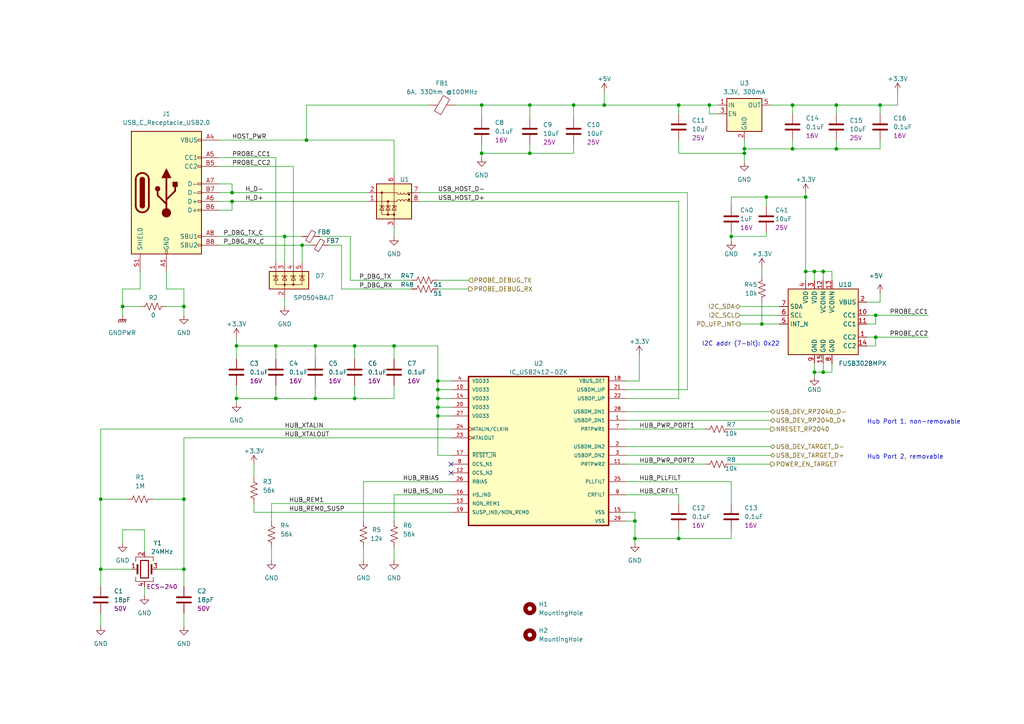
<source format=kicad_sch>
(kicad_sch (version 20231120) (generator "eeschema") (generator_version "8.0")
  (paper "A4")
  (title_block (title "Magnum") (date "2024-06-07") (rev "1") (company "Redhill Embedded"))
  (lib_symbols
    (symbol "Mechanical:MountingHole" (pin_names (offset 1.016))
      (property "Reference" "H" (at 0 5.08 0))
      (property "Value" "MountingHole" (at 0 3.175 0))
    )
    (symbol "Redhill_Lib:CAP_CER_0402_0.1uF_16V_10%_X7R" (pin_numbers hide) (pin_names (offset 0.254))
      (property "Reference" "C" (at 0.635 2.54 0))
      (property "Value" "0.1uF" (at 0.635 -2.54 0))
      (property "Voltage" "16V" (at 0 0 0))
      (symbol "CAP_CER_0402_0.1uF_16V_10%_X7R_1_1"
        (pin passive line (at 0 3.81 270) (length 2.794) (name "~") (number "1"))
        (pin passive line (at 0 -3.81 90) (length 2.794) (name "~") (number "2"))
      )
    )
    (symbol "Redhill_Lib:CAP_CER_0402_18pF_50V_1%_C0G" (pin_numbers hide) (pin_names (offset 0.254))
      (property "Reference" "C" (at 0.635 2.54 0))
      (property "Value" "18pF" (at 0.635 -2.54 0))
      (property "Voltage" "50V" (at 0 0 0))
      (symbol "CAP_CER_0402_18pF_50V_1%_C0G_1_1"
        (pin passive line (at 0 3.81 270) (length 2.794) (name "~") (number "1"))
        (pin passive line (at 0 -3.81 90) (length 2.794) (name "~") (number "2"))
      )
    )
    (symbol "Redhill_Lib:CAP_CER_0402_1uF_16V_10%_X5R" (pin_numbers hide) (pin_names (offset 0.254))
      (property "Reference" "C" (at 0.635 2.54 0))
      (property "Value" "1uF" (at 0.635 -2.54 0))
      (property "Voltage" "16V" (at 0 0 0))
      (symbol "CAP_CER_0402_1uF_16V_10%_X5R_1_1"
        (pin passive line (at 0 3.81 270) (length 2.794) (name "~") (number "1"))
        (pin passive line (at 0 -3.81 90) (length 2.794) (name "~") (number "2"))
      )
    )
    (symbol "Redhill_Lib:CAP_CER_0603_10uF_25V_20%_X5R" (pin_numbers hide) (pin_names (offset 0.254))
      (property "Reference" "C" (at 0.635 2.54 0))
      (property "Value" "10uF" (at 0.635 -2.54 0))
      (property "Voltage" "25V" (at 0 0 0))
      (symbol "CAP_CER_0603_10uF_25V_20%_X5R_1_1"
        (pin passive line (at 0 3.81 270) (length 2.794) (name "~") (number "1"))
        (pin passive line (at 0 -3.81 90) (length 2.794) (name "~") (number "2"))
      )
    )
    (symbol "Redhill_Lib:CONN_USB_C_Receptacle_USB2.0" (pin_names (offset 1.016))
      (property "Reference" "J" (at -10.16 19.05 0))
      (property "Value" "CONN_USB_C_Receptacle_USB2.0" (at 19.05 19.05 0))
      (symbol "CONN_USB_C_Receptacle_USB2.0_1_1"
        (pin passive line (at 0 -22.86 90) (length 5.08) (name "GND") (number "A1"))
        (pin passive line (at 0 -22.86 90) (length 5.08) hide (name "GND") (number "A12"))
        (pin passive line (at 15.24 15.24 180) (length 5.08) (name "VBUS") (number "A4"))
        (pin bidirectional line (at 15.24 10.16 180) (length 5.08) (name "CC1") (number "A5"))
        (pin bidirectional line (at 15.24 -2.54 180) (length 5.08) (name "D+") (number "A6"))
        (pin bidirectional line (at 15.24 2.54 180) (length 5.08) (name "D-") (number "A7"))
        (pin bidirectional line (at 15.24 -12.7 180) (length 5.08) (name "SBU1") (number "A8"))
        (pin passive line (at 15.24 15.24 180) (length 5.08) hide (name "VBUS") (number "A9"))
        (pin passive line (at 0 -22.86 90) (length 5.08) hide (name "GND") (number "B1"))
        (pin passive line (at 0 -22.86 90) (length 5.08) hide (name "GND") (number "B12"))
        (pin passive line (at 15.24 15.24 180) (length 5.08) hide (name "VBUS") (number "B4"))
        (pin bidirectional line (at 15.24 7.62 180) (length 5.08) (name "CC2") (number "B5"))
        (pin bidirectional line (at 15.24 -5.08 180) (length 5.08) (name "D+") (number "B6"))
        (pin bidirectional line (at 15.24 0 180) (length 5.08) (name "D-") (number "B7"))
        (pin bidirectional line (at 15.24 -15.24 180) (length 5.08) (name "SBU2") (number "B8"))
        (pin passive line (at 15.24 15.24 180) (length 5.08) hide (name "VBUS") (number "B9"))
        (pin passive line (at -7.62 -22.86 90) (length 5.08) (name "SHIELD") (number "S1"))
      )
    )
    (symbol "Redhill_Lib:Crystal_ECS-240-18-23B_24MHz" (pin_names (offset 1.016) hide)
      (property "Reference" "Y" (at 3.175 5.08 0))
      (property "Value" "24MHz" (at 3.175 3.175 0))
      (property "Series" "ECS-240" (at 0 0 0))
      (symbol "Crystal_ECS-240-18-23B_24MHz_1_1"
        (pin passive line (at -3.81 0 0) (length 1.27) (name "1") (number "1"))
        (pin passive line (at 0 5.08 270) (length 1.27) (name "2") (number "2"))
        (pin passive line (at 3.81 0 180) (length 1.27) (name "3") (number "3"))
        (pin passive line (at 0 -5.08 90) (length 1.27) (name "4") (number "4"))
      )
    )
    (symbol "Redhill_Lib:EMI2121MTTAG" (pin_names (offset 0.0254) hide)
      (property "Reference" "U" (at -5.08 6.35 0))
      (symbol "EMI2121MTTAG_1_1"
        (pin passive line (at -7.62 0 0) (length 2.54) (name "In_1+") (number "1"))
        (pin passive line (at -7.62 2.54 0) (length 2.54) (name "In_1-") (number "2"))
        (pin power_in line (at 0 -7.62 90) (length 2.54) (name "GND") (number "3"))
        (pin passive line (at 0 -7.62 90) (length 2.54) hide (name "GND") (number "4"))
        (pin passive line (at 0 -7.62 90) (length 2.54) hide (name "GND") (number "5"))
        (pin power_in line (at 0 7.62 270) (length 2.54) (name "VDD") (number "6"))
        (pin passive line (at 7.62 2.54 180) (length 2.54) (name "Out_1-") (number "7"))
        (pin passive line (at 7.62 0 180) (length 2.54) (name "Out_1+") (number "8"))
        (pin passive line (at 0 -7.62 90) (length 2.54) hide (name "GND") (number "9"))
      )
    )
    (symbol "Redhill_Lib:ESD_SP0504BAJTG" (pin_names hide)
      (property "Reference" "D" (at 7.62 2.54 0))
      (property "Value" "SP0504BAJTG" (at 7.62 0.635 0))
      (symbol "ESD_SP0504BAJTG_0_0"
        (pin passive line (at 0 -5.08 90) (length 2.54) (name "A") (number "2"))
      )
      (symbol "ESD_SP0504BAJTG_1_1"
        (pin passive line (at -2.54 5.08 270) (length 2.54) (name "K") (number "1"))
        (pin passive line (at 0 5.08 270) (length 2.54) (name "K") (number "3"))
        (pin passive line (at 2.54 5.08 270) (length 2.54) (name "K") (number "4"))
        (pin passive line (at 5.08 5.08 270) (length 2.54) (name "K") (number "5"))
      )
    )
    (symbol "Redhill_Lib:IC_FUSB302BMPX"
      (property "Reference" "U" (at -10.16 8.89 0))
      (property "Value" "FUSB302BMPX" (at 3.81 8.89 0))
      (symbol "IC_FUSB302BMPX_1_1"
        (pin bidirectional line (at 12.7 -6.35 180) (length 2.54) (name "CC2") (number "1"))
        (pin bidirectional line (at 12.7 0 180) (length 2.54) (name "CC1") (number "10"))
        (pin bidirectional line (at 12.7 -2.54 180) (length 2.54) (name "CC1") (number "11"))
        (pin power_in line (at 0 10.16 270) (length 2.54) (name "VCONN") (number "12"))
        (pin power_in line (at 2.54 10.16 270) (length 2.54) (name "VCONN") (number "13"))
        (pin bidirectional line (at 12.7 -8.89 180) (length 2.54) (name "CC2") (number "14"))
        (pin passive line (at 0 -13.97 90) (length 2.54) (name "GND") (number "15"))
        (pin input line (at 12.7 3.81 180) (length 2.54) (name "VBUS") (number "2"))
        (pin power_in line (at -2.54 10.16 270) (length 2.54) (name "VDD") (number "3"))
        (pin passive line (at -5.08 10.16 270) (length 2.54) (name "VDD") (number "4"))
        (pin open_collector line (at -12.7 -2.54 0) (length 2.54) (name "INT_N") (number "5"))
        (pin input line (at -12.7 0 0) (length 2.54) (name "SCL") (number "6"))
        (pin bidirectional line (at -12.7 2.54 0) (length 2.54) (name "SDA") (number "7"))
        (pin power_in line (at 2.54 -13.97 90) (length 2.54) (name "GND") (number "8"))
        (pin passive line (at -2.54 -13.97 90) (length 2.54) (name "GND") (number "9"))
      )
    )
    (symbol "Redhill_Lib:IC_REG_LDO_3.3V_NCP115" (pin_names (offset 0.254))
      (property "Reference" "U" (at -3.81 5.715 0))
      (property "Value" "NCP115" (at 0 5.715 0))
      (symbol "IC_REG_LDO_3.3V_NCP115_1_1"
        (pin power_in line (at -7.62 2.54 0) (length 2.54) (name "IN") (number "1"))
        (pin power_in line (at 0 -7.62 90) (length 2.54) (name "GND") (number "2"))
        (pin input line (at -7.62 0 0) (length 2.54) (name "EN") (number "3"))
        (pin no_connect line (at 7.62 0 180) (length 2.54) hide (name "NC") (number "4"))
        (pin power_out line (at 7.62 2.54 180) (length 2.54) (name "OUT") (number "5"))
      )
    )
    (symbol "Redhill_Lib:IC_USB2412-DZK" (pin_names (offset 1.016))
      (property "Reference" "U" (at -20.3879 26.4833 0))
      (property "Value" "IC_USB2412-DZK" (at -20.3914 -29.4985 0))
      (symbol "IC_USB2412-DZK_0_0"
        (pin bidirectional line (at 25.4 12.7 180) (length 5.08) (name "USBDP_DN1") (number "1"))
        (pin power_in line (at -25.4 21.59 0) (length 5.08) (name "VDD33") (number "10"))
        (pin bidirectional line (at 25.4 0 180) (length 5.08) (name "PRTPWR2") (number "11"))
        (pin input line (at -25.4 -2.54 0) (length 5.08) (name "OCS_N2") (number "12"))
        (pin bidirectional line (at -25.4 -11.43 0) (length 5.08) (name "NON_REM1") (number "13"))
        (pin power_in line (at -25.4 19.05 0) (length 5.08) (name "VDD33") (number "14"))
        (pin power_in line (at 25.4 -13.97 180) (length 5.08) (name "VSS") (number "15"))
        (pin bidirectional line (at -25.4 -8.89 0) (length 5.08) (name "HS_IND") (number "16"))
        (pin input line (at -25.4 2.54 0) (length 5.08) (name "~{RESET_IN}") (number "17"))
        (pin bidirectional line (at 25.4 24.13 180) (length 5.08) (name "VBUS_DET") (number "18"))
        (pin bidirectional line (at -25.4 -13.97 0) (length 5.08) (name "SUSP_IND/NON_REM0") (number "19"))
        (pin bidirectional line (at 25.4 5.08 180) (length 5.08) (name "USBDM_DN2") (number "2"))
        (pin power_in line (at -25.4 16.51 0) (length 5.08) (name "VDD33") (number "20"))
        (pin bidirectional line (at 25.4 21.59 180) (length 5.08) (name "USBDM_UP") (number "21"))
        (pin bidirectional line (at 25.4 19.05 180) (length 5.08) (name "USBDP_UP") (number "22"))
        (pin output clock (at -25.4 7.62 0) (length 5.08) (name "XTALOUT") (number "23"))
        (pin input clock (at -25.4 10.16 0) (length 5.08) (name "XTALIN/CLKIN") (number "24"))
        (pin passive line (at 25.4 -5.08 180) (length 5.08) (name "PLLFILT") (number "25"))
        (pin input line (at -25.4 -5.08 0) (length 5.08) (name "RBIAS") (number "26"))
        (pin power_in line (at -25.4 13.97 0) (length 5.08) (name "VDD33") (number "27"))
        (pin bidirectional line (at 25.4 15.24 180) (length 5.08) (name "USBDM_DN1") (number "28"))
        (pin power_in line (at 25.4 -16.51 180) (length 5.08) (name "VSS") (number "29"))
        (pin bidirectional line (at 25.4 2.54 180) (length 5.08) (name "USBDP_DN2") (number "3"))
        (pin power_in line (at -25.4 24.13 0) (length 5.08) (name "VDD33") (number "4"))
        (pin bidirectional line (at 25.4 10.16 180) (length 5.08) (name "PRTPWR1") (number "7"))
        (pin input line (at -25.4 0 0) (length 5.08) (name "OCS_N1") (number "8"))
        (pin passive line (at 25.4 -8.89 180) (length 5.08) (name "CRFILT") (number "9"))
      )
      (symbol "IC_USB2412-DZK_1_0"
        (pin no_connect line (at -25.4 -16.51 0) (length 5.08) hide (name "NC") (number "5"))
        (pin no_connect line (at -25.4 -16.51 0) (length 5.08) hide (name "TEST") (number "6"))
      )
    )
    (symbol "Redhill_Lib:L_FB_BLM31PG330SN1L" (pin_numbers hide) (pin_names (offset 0))
      (property "Reference" "FB" (at -3.81 0.635 90))
      (property "Value" "6A, 33Ohm @100MHz" (at 3.81 0 90))
      (symbol "L_FB_BLM31PG330SN1L_1_1"
        (pin passive line (at 0 3.81 270) (length 2.54) (name "~") (number "1"))
        (pin passive line (at 0 -3.81 90) (length 2.54) (name "~") (number "2"))
      )
    )
    (symbol "Redhill_Lib:L_FERRITE_0402_600Ohm_100MHz_300mA" (pin_numbers hide) (pin_names (offset 0))
      (property "Reference" "FB" (at 1.905 1.27 0))
      (property "Partnumber" "BLM15AG601SN1D" (at 0 0 0))
      (symbol "L_FERRITE_0402_600Ohm_100MHz_300mA_1_1"
        (pin passive line (at 0 2.54 270) (length 1.27) (name "~") (number "1"))
        (pin passive line (at 0 -2.54 90) (length 1.27) (name "~") (number "2"))
      )
    )
    (symbol "Redhill_Lib:R_CHIP_0402_0" (pin_numbers hide) (pin_names (offset 0))
      (property "Reference" "R" (at 2.54 0 90))
      (property "Value" "0" (at -2.54 0 90))
      (symbol "R_CHIP_0402_0_1_1"
        (pin passive line (at 0 3.81 270) (length 1.27) (name "~") (number "1"))
        (pin passive line (at 0 -3.81 90) (length 1.27) (name "~") (number "2"))
      )
    )
    (symbol "Redhill_Lib:R_CHIP_0402_10k_1%" (pin_numbers hide) (pin_names (offset 0))
      (property "Reference" "R" (at 2.54 0 90))
      (property "Value" "10k" (at -2.54 0 90))
      (property "Tolerance" "1%" (at 0 0 0))
      (symbol "R_CHIP_0402_10k_1%_1_1"
        (pin passive line (at 0 3.81 270) (length 1.27) (name "~") (number "1"))
        (pin passive line (at 0 -3.81 90) (length 1.27) (name "~") (number "2"))
      )
    )
    (symbol "Redhill_Lib:R_CHIP_0402_12k_1%" (pin_numbers hide) (pin_names (offset 0))
      (property "Reference" "R" (at 2.54 0 90))
      (property "Value" "12k" (at -2.54 0 90))
      (property "Tolerance" "1%" (at 0 0 0))
      (symbol "R_CHIP_0402_12k_1%_1_1"
        (pin passive line (at 0 3.81 270) (length 1.27) (name "~") (number "1"))
        (pin passive line (at 0 -3.81 90) (length 1.27) (name "~") (number "2"))
      )
    )
    (symbol "Redhill_Lib:R_CHIP_0402_1M_1%" (pin_numbers hide) (pin_names (offset 0))
      (property "Reference" "R" (at 2.54 0 90))
      (property "Value" "1M" (at -2.54 0 90))
      (symbol "R_CHIP_0402_1M_1%_1_1"
        (pin passive line (at 0 3.81 270) (length 1.27) (name "~") (number "1"))
        (pin passive line (at 0 -3.81 90) (length 1.27) (name "~") (number "2"))
      )
    )
    (symbol "Redhill_Lib:R_CHIP_0402_51_5%_0.0625W" (pin_numbers hide) (pin_names (offset 0))
      (property "Reference" "R" (at 2.54 0 90))
      (property "Value" "51" (at -2.54 0 90))
      (symbol "R_CHIP_0402_51_5%_0.0625W_1_1"
        (pin passive line (at 0 3.81 270) (length 1.27) (name "~") (number "1"))
        (pin passive line (at 0 -3.81 90) (length 1.27) (name "~") (number "2"))
      )
    )
    (symbol "Redhill_Lib:R_CHIP_0402_56k_5%" (pin_numbers hide) (pin_names (offset 0))
      (property "Reference" "R" (at 2.54 0 90))
      (property "Value" "56k" (at -2.54 0 90))
      (property "Tolerance" "5%" (at 0 0 0))
      (symbol "R_CHIP_0402_56k_5%_1_1"
        (pin passive line (at 0 3.81 270) (length 1.27) (name "~") (number "1"))
        (pin passive line (at 0 -3.81 90) (length 1.27) (name "~") (number "2"))
      )
    )
    (symbol "power:+3.3V" (power) (pin_names (offset 0))
      (property "Value" "+3.3V" (at 0 3.556 0))
      (symbol "+3.3V_1_1"
        (pin power_in line (at 0 0 90) (length 0) hide (name "+3.3V") (number "1"))
      )
    )
    (symbol "power:+5V" (power) (pin_names (offset 0))
      (property "Value" "+5V" (at 0 3.556 0))
      (symbol "+5V_1_1"
        (pin power_in line (at 0 0 90) (length 0) hide (name "+5V") (number "1"))
      )
    )
    (symbol "power:GND" (power) (pin_names (offset 0))
      (property "Value" "GND" (at 0 -3.81 0))
      (symbol "GND_1_1"
        (pin power_in line (at 0 0 270) (length 0) hide (name "GND") (number "1"))
      )
    )
    (symbol "power:GNDPWR" (power) (pin_names (offset 0))
      (property "Value" "GNDPWR" (at 0 -3.302 0))
      (symbol "GNDPWR_1_1"
        (pin power_in line (at 0 0 270) (length 0) hide (name "GNDPWR") (number "1"))
      )
    )
  )
  (junction (at 29.21 165.1))
  (junction (at 242.57 43.18))
  (junction (at 236.22 78.74))
  (junction (at 127 118.11))
  (junction (at 222.25 57.15))
  (junction (at 229.87 43.18))
  (junction (at 215.9 43.18))
  (junction (at 88.9 40.64))
  (junction (at 255.27 30.48))
  (junction (at 254 97.79))
  (junction (at 127 110.49))
  (junction (at 233.68 78.74))
  (junction (at 127 113.03))
  (junction (at 196.85 156.21))
  (junction (at 29.21 144.78))
  (junction (at 166.37 30.48))
  (junction (at 254 91.44))
  (junction (at 139.7 30.48))
  (junction (at 233.68 57.15))
  (junction (at 215.9 44.45))
  (junction (at 68.58 115.57))
  (junction (at 67.31 58.42))
  (junction (at 153.67 30.48))
  (junction (at 238.76 107.95))
  (junction (at 53.34 165.1))
  (junction (at 68.58 100.33))
  (junction (at 139.7 44.45))
  (junction (at 127 120.65))
  (junction (at 212.09 68.58))
  (junction (at 220.98 93.98))
  (junction (at 127 115.57))
  (junction (at 184.15 151.13))
  (junction (at 196.85 30.48))
  (junction (at 53.34 144.78))
  (junction (at 102.87 115.57))
  (junction (at 236.22 107.95))
  (junction (at 35.56 88.9))
  (junction (at 229.87 30.48))
  (junction (at 82.55 68.58))
  (junction (at 238.76 78.74))
  (junction (at 153.67 44.45))
  (junction (at 80.01 100.33))
  (junction (at 87.63 71.12))
  (junction (at 91.44 100.33))
  (junction (at 80.01 115.57))
  (junction (at 67.31 55.88))
  (junction (at 53.34 88.9))
  (junction (at 91.44 115.57))
  (junction (at 175.26 30.48))
  (junction (at 114.3 100.33))
  (junction (at 184.15 156.21))
  (junction (at 242.57 30.48))
  (junction (at 102.87 100.33))
  (junction (at 205.74 30.48))
  (no_connect (at 130.81 137.16))
  (no_connect (at 130.81 134.62))
  (wire (pts (xy 130.81 120.65) (xy 127 120.65)))
  (wire (pts (xy 181.61 129.54) (xy 223.52 129.54)))
  (wire (pts (xy 87.63 71.12) (xy 87.63 76.2)))
  (wire (pts (xy 251.46 93.98) (xy 254 93.98)))
  (wire (pts (xy 41.91 153.67) (xy 35.56 153.67)))
  (wire (pts (xy 220.98 77.47) (xy 220.98 80.01)))
  (wire (pts (xy 181.61 110.49) (xy 185.42 110.49)))
  (wire (pts (xy 63.5 55.88) (xy 67.31 55.88)))
  (wire (pts (xy 222.25 67.31) (xy 222.25 68.58)))
  (wire (pts (xy 139.7 41.91) (xy 139.7 44.45)))
  (wire (pts (xy 99.06 71.12) (xy 99.06 83.82)))
  (wire (pts (xy 101.6 68.58) (xy 101.6 81.28)))
  (wire (pts (xy 63.5 60.96) (xy 67.31 60.96)))
  (wire (pts (xy 68.58 115.57) (xy 68.58 116.84)))
  (wire (pts (xy 127 100.33) (xy 114.3 100.33)))
  (wire (pts (xy 242.57 30.48) (xy 255.27 30.48)))
  (wire (pts (xy 63.5 53.34) (xy 67.31 53.34)))
  (wire (pts (xy 102.87 100.33) (xy 102.87 104.14)))
  (wire (pts (xy 80.01 45.72) (xy 80.01 76.2)))
  (wire (pts (xy 175.26 30.48) (xy 196.85 30.48)))
  (wire (pts (xy 139.7 30.48) (xy 153.67 30.48)))
  (wire (pts (xy 236.22 105.41) (xy 236.22 107.95)))
  (wire (pts (xy 41.91 160.02) (xy 41.91 153.67)))
  (wire (pts (xy 196.85 115.57) (xy 196.85 58.42)))
  (wire (pts (xy 233.68 78.74) (xy 236.22 78.74)))
  (wire (pts (xy 166.37 30.48) (xy 175.26 30.48)))
  (wire (pts (xy 53.34 165.1) (xy 53.34 170.18)))
  (wire (pts (xy 127 118.11) (xy 127 115.57)))
  (wire (pts (xy 29.21 144.78) (xy 29.21 165.1)))
  (wire (pts (xy 85.09 48.26) (xy 85.09 76.2)))
  (wire (pts (xy 53.34 83.82) (xy 53.34 88.9)))
  (wire (pts (xy 215.9 40.64) (xy 215.9 43.18)))
  (wire (pts (xy 212.09 153.67) (xy 212.09 156.21)))
  (wire (pts (xy 127 132.08) (xy 127 120.65)))
  (wire (pts (xy 233.68 57.15) (xy 233.68 78.74)))
  (wire (pts (xy 153.67 41.91) (xy 153.67 44.45)))
  (wire (pts (xy 80.01 111.76) (xy 80.01 115.57)))
  (wire (pts (xy 181.61 148.59) (xy 184.15 148.59)))
  (wire (pts (xy 80.01 100.33) (xy 68.58 100.33)))
  (wire (pts (xy 242.57 43.18) (xy 229.87 43.18)))
  (wire (pts (xy 63.5 58.42) (xy 67.31 58.42)))
  (wire (pts (xy 251.46 87.63) (xy 255.27 87.63)))
  (wire (pts (xy 242.57 30.48) (xy 242.57 33.02)))
  (wire (pts (xy 102.87 115.57) (xy 114.3 115.57)))
  (wire (pts (xy 53.34 144.78) (xy 53.34 165.1)))
  (wire (pts (xy 102.87 100.33) (xy 91.44 100.33)))
  (wire (pts (xy 238.76 78.74) (xy 236.22 78.74)))
  (wire (pts (xy 196.85 58.42) (xy 121.92 58.42)))
  (wire (pts (xy 255.27 30.48) (xy 255.27 33.02)))
  (wire (pts (xy 212.09 68.58) (xy 212.09 69.85)))
  (wire (pts (xy 222.25 57.15) (xy 222.25 59.69)))
  (wire (pts (xy 91.44 100.33) (xy 91.44 104.14)))
  (wire (pts (xy 255.27 43.18) (xy 242.57 43.18)))
  (wire (pts (xy 40.64 78.74) (xy 40.64 83.82)))
  (wire (pts (xy 73.66 148.59) (xy 73.66 146.05)))
  (wire (pts (xy 127 113.03) (xy 127 110.49)))
  (wire (pts (xy 212.09 57.15) (xy 222.25 57.15)))
  (wire (pts (xy 87.63 71.12) (xy 90.17 71.12)))
  (wire (pts (xy 153.67 34.29) (xy 153.67 30.48)))
  (wire (pts (xy 67.31 58.42) (xy 106.68 58.42)))
  (wire (pts (xy 181.61 121.92) (xy 223.52 121.92)))
  (wire (pts (xy 44.45 144.78) (xy 53.34 144.78)))
  (wire (pts (xy 139.7 30.48) (xy 139.7 34.29)))
  (wire (pts (xy 199.39 55.88) (xy 121.92 55.88)))
  (wire (pts (xy 53.34 127) (xy 53.34 144.78)))
  (wire (pts (xy 196.85 153.67) (xy 196.85 156.21)))
  (wire (pts (xy 196.85 40.64) (xy 196.85 44.45)))
  (wire (pts (xy 205.74 33.02) (xy 205.74 30.48)))
  (wire (pts (xy 251.46 100.33) (xy 254 100.33)))
  (wire (pts (xy 255.27 87.63) (xy 255.27 85.09)))
  (wire (pts (xy 82.55 68.58) (xy 82.55 76.2)))
  (wire (pts (xy 254 100.33) (xy 254 97.79)))
  (wire (pts (xy 236.22 107.95) (xy 236.22 109.22)))
  (wire (pts (xy 226.06 91.44) (xy 214.63 91.44)))
  (wire (pts (xy 269.24 97.79) (xy 254 97.79)))
  (wire (pts (xy 80.01 115.57) (xy 91.44 115.57)))
  (wire (pts (xy 80.01 100.33) (xy 80.01 104.14)))
  (wire (pts (xy 254 91.44) (xy 251.46 91.44)))
  (wire (pts (xy 68.58 97.79) (xy 68.58 100.33)))
  (wire (pts (xy 99.06 83.82) (xy 119.38 83.82)))
  (wire (pts (xy 48.26 88.9) (xy 53.34 88.9)))
  (wire (pts (xy 255.27 30.48) (xy 260.35 30.48)))
  (wire (pts (xy 226.06 93.98) (xy 220.98 93.98)))
  (wire (pts (xy 41.91 170.18) (xy 41.91 172.72)))
  (wire (pts (xy 53.34 177.8) (xy 53.34 181.61)))
  (wire (pts (xy 238.76 105.41) (xy 238.76 107.95)))
  (wire (pts (xy 212.09 124.46) (xy 223.52 124.46)))
  (wire (pts (xy 229.87 43.18) (xy 215.9 43.18)))
  (wire (pts (xy 127 118.11) (xy 130.81 118.11)))
  (wire (pts (xy 105.41 151.13) (xy 105.41 139.7)))
  (wire (pts (xy 153.67 30.48) (xy 166.37 30.48)))
  (wire (pts (xy 114.3 100.33) (xy 114.3 104.14)))
  (wire (pts (xy 130.81 143.51) (xy 114.3 143.51)))
  (wire (pts (xy 241.3 78.74) (xy 238.76 78.74)))
  (wire (pts (xy 181.61 143.51) (xy 196.85 143.51)))
  (wire (pts (xy 91.44 111.76) (xy 91.44 115.57)))
  (wire (pts (xy 48.26 78.74) (xy 48.26 83.82)))
  (wire (pts (xy 130.81 110.49) (xy 127 110.49)))
  (wire (pts (xy 82.55 68.58) (xy 87.63 68.58)))
  (wire (pts (xy 181.61 134.62) (xy 204.47 134.62)))
  (wire (pts (xy 114.3 40.64) (xy 88.9 40.64)))
  (wire (pts (xy 212.09 67.31) (xy 212.09 68.58)))
  (wire (pts (xy 73.66 134.62) (xy 73.66 138.43)))
  (wire (pts (xy 222.25 68.58) (xy 212.09 68.58)))
  (wire (pts (xy 233.68 78.74) (xy 233.68 81.28)))
  (wire (pts (xy 233.68 55.88) (xy 233.68 57.15)))
  (wire (pts (xy 166.37 41.91) (xy 166.37 44.45)))
  (wire (pts (xy 215.9 43.18) (xy 215.9 44.45)))
  (wire (pts (xy 67.31 55.88) (xy 106.68 55.88)))
  (wire (pts (xy 88.9 30.48) (xy 124.46 30.48)))
  (wire (pts (xy 29.21 124.46) (xy 130.81 124.46)))
  (wire (pts (xy 196.85 156.21) (xy 184.15 156.21)))
  (wire (pts (xy 63.5 40.64) (xy 88.9 40.64)))
  (wire (pts (xy 114.3 66.04) (xy 114.3 68.58)))
  (wire (pts (xy 212.09 134.62) (xy 223.52 134.62)))
  (wire (pts (xy 127 115.57) (xy 130.81 115.57)))
  (wire (pts (xy 212.09 156.21) (xy 196.85 156.21)))
  (wire (pts (xy 102.87 111.76) (xy 102.87 115.57)))
  (wire (pts (xy 48.26 83.82) (xy 53.34 83.82)))
  (wire (pts (xy 35.56 88.9) (xy 40.64 88.9)))
  (wire (pts (xy 242.57 40.64) (xy 242.57 43.18)))
  (wire (pts (xy 222.25 57.15) (xy 233.68 57.15)))
  (wire (pts (xy 35.56 88.9) (xy 35.56 83.82)))
  (wire (pts (xy 181.61 119.38) (xy 223.52 119.38)))
  (wire (pts (xy 53.34 88.9) (xy 53.34 91.44)))
  (wire (pts (xy 166.37 44.45) (xy 153.67 44.45)))
  (wire (pts (xy 175.26 30.48) (xy 175.26 26.67)))
  (wire (pts (xy 132.08 30.48) (xy 139.7 30.48)))
  (wire (pts (xy 226.06 88.9) (xy 214.63 88.9)))
  (wire (pts (xy 127 120.65) (xy 127 118.11)))
  (wire (pts (xy 105.41 139.7) (xy 130.81 139.7)))
  (wire (pts (xy 220.98 87.63) (xy 220.98 93.98)))
  (wire (pts (xy 215.9 44.45) (xy 215.9 46.99)))
  (wire (pts (xy 229.87 30.48) (xy 229.87 33.02)))
  (wire (pts (xy 114.3 158.75) (xy 114.3 162.56)))
  (wire (pts (xy 67.31 58.42) (xy 67.31 60.96)))
  (wire (pts (xy 29.21 170.18) (xy 29.21 165.1)))
  (wire (pts (xy 35.56 83.82) (xy 40.64 83.82)))
  (wire (pts (xy 114.3 40.64) (xy 114.3 50.8)))
  (wire (pts (xy 29.21 144.78) (xy 36.83 144.78)))
  (wire (pts (xy 68.58 115.57) (xy 80.01 115.57)))
  (wire (pts (xy 238.76 78.74) (xy 238.76 81.28)))
  (wire (pts (xy 78.74 146.05) (xy 130.81 146.05)))
  (wire (pts (xy 130.81 132.08) (xy 127 132.08)))
  (wire (pts (xy 153.67 44.45) (xy 139.7 44.45)))
  (wire (pts (xy 78.74 146.05) (xy 78.74 151.13)))
  (wire (pts (xy 68.58 100.33) (xy 68.58 104.14)))
  (wire (pts (xy 184.15 148.59) (xy 184.15 151.13)))
  (wire (pts (xy 254 93.98) (xy 254 91.44)))
  (wire (pts (xy 78.74 158.75) (xy 78.74 162.56)))
  (wire (pts (xy 181.61 113.03) (xy 199.39 113.03)))
  (wire (pts (xy 29.21 124.46) (xy 29.21 144.78)))
  (wire (pts (xy 184.15 156.21) (xy 184.15 157.48)))
  (wire (pts (xy 88.9 30.48) (xy 88.9 40.64)))
  (wire (pts (xy 181.61 132.08) (xy 223.52 132.08)))
  (wire (pts (xy 82.55 86.36) (xy 82.55 88.9)))
  (wire (pts (xy 229.87 40.64) (xy 229.87 43.18)))
  (wire (pts (xy 223.52 30.48) (xy 229.87 30.48)))
  (wire (pts (xy 127 81.28) (xy 135.89 81.28)))
  (wire (pts (xy 114.3 100.33) (xy 102.87 100.33)))
  (wire (pts (xy 205.74 30.48) (xy 208.28 30.48)))
  (wire (pts (xy 73.66 148.59) (xy 130.81 148.59)))
  (wire (pts (xy 199.39 113.03) (xy 199.39 55.88)))
  (wire (pts (xy 196.85 30.48) (xy 205.74 30.48)))
  (wire (pts (xy 181.61 124.46) (xy 204.47 124.46)))
  (wire (pts (xy 241.3 107.95) (xy 238.76 107.95)))
  (wire (pts (xy 254 97.79) (xy 251.46 97.79)))
  (wire (pts (xy 255.27 40.64) (xy 255.27 43.18)))
  (wire (pts (xy 196.85 44.45) (xy 215.9 44.45)))
  (wire (pts (xy 181.61 139.7) (xy 212.09 139.7)))
  (wire (pts (xy 127 115.57) (xy 127 113.03)))
  (wire (pts (xy 127 110.49) (xy 127 100.33)))
  (wire (pts (xy 241.3 81.28) (xy 241.3 78.74)))
  (wire (pts (xy 101.6 81.28) (xy 119.38 81.28)))
  (wire (pts (xy 185.42 110.49) (xy 185.42 102.87)))
  (wire (pts (xy 127 83.82) (xy 135.89 83.82)))
  (wire (pts (xy 241.3 105.41) (xy 241.3 107.95)))
  (wire (pts (xy 130.81 127) (xy 53.34 127)))
  (wire (pts (xy 269.24 91.44) (xy 254 91.44)))
  (wire (pts (xy 181.61 115.57) (xy 196.85 115.57)))
  (wire (pts (xy 68.58 111.76) (xy 68.58 115.57)))
  (wire (pts (xy 212.09 59.69) (xy 212.09 57.15)))
  (wire (pts (xy 196.85 143.51) (xy 196.85 146.05)))
  (wire (pts (xy 196.85 30.48) (xy 196.85 33.02)))
  (wire (pts (xy 63.5 45.72) (xy 80.01 45.72)))
  (wire (pts (xy 29.21 165.1) (xy 38.1 165.1)))
  (wire (pts (xy 92.71 68.58) (xy 101.6 68.58)))
  (wire (pts (xy 181.61 151.13) (xy 184.15 151.13)))
  (wire (pts (xy 260.35 30.48) (xy 260.35 26.67)))
  (wire (pts (xy 91.44 115.57) (xy 102.87 115.57)))
  (wire (pts (xy 35.56 91.44) (xy 35.56 88.9)))
  (wire (pts (xy 139.7 44.45) (xy 139.7 45.72)))
  (wire (pts (xy 220.98 93.98) (xy 214.63 93.98)))
  (wire (pts (xy 91.44 100.33) (xy 80.01 100.33)))
  (wire (pts (xy 229.87 30.48) (xy 242.57 30.48)))
  (wire (pts (xy 95.25 71.12) (xy 99.06 71.12)))
  (wire (pts (xy 127 113.03) (xy 130.81 113.03)))
  (wire (pts (xy 45.72 165.1) (xy 53.34 165.1)))
  (wire (pts (xy 236.22 78.74) (xy 236.22 81.28)))
  (wire (pts (xy 29.21 177.8) (xy 29.21 181.61)))
  (wire (pts (xy 63.5 48.26) (xy 85.09 48.26)))
  (wire (pts (xy 35.56 153.67) (xy 35.56 157.48)))
  (wire (pts (xy 208.28 33.02) (xy 205.74 33.02)))
  (wire (pts (xy 67.31 53.34) (xy 67.31 55.88)))
  (wire (pts (xy 236.22 107.95) (xy 238.76 107.95)))
  (wire (pts (xy 105.41 158.75) (xy 105.41 162.56)))
  (wire (pts (xy 184.15 151.13) (xy 184.15 156.21)))
  (wire (pts (xy 114.3 111.76) (xy 114.3 115.57)))
  (wire (pts (xy 63.5 71.12) (xy 87.63 71.12)))
  (wire (pts (xy 63.5 68.58) (xy 82.55 68.58)))
  (wire (pts (xy 166.37 30.48) (xy 166.37 34.29)))
  (wire (pts (xy 212.09 139.7) (xy 212.09 146.05)))
  (wire (pts (xy 114.3 143.51) (xy 114.3 151.13)))
  (text "Hub Port 2, removable" (at 251.46 133.35 0) (effects (font (size 1.27 1.27)) (justify left bottom)))
  (text "Hub Port 1, non-removable" (at 251.46 123.19 0) (effects (font (size 1.27 1.27)) (justify left bottom)))
  (text "I2C addr (7-bit): 0x22" (at 214.884 99.822 0) (effects (font (size 1.27 1.27))))
  (label "HUB_XTALIN" (at 82.55 124.46 0))
  (label "P_DBG_TX" (at 104.14 81.28 0))
  (label "P_DBG_RX_C" (at 64.77 71.12 0))
  (label "PROBE_CC2" (at 67.31 48.26 0))
  (label "HUB_REM0_SUSP" (at 83.82 148.59 0))
  (label "HUB_PWR_PORT2" (at 185.42 134.62 0))
  (label "PROBE_CC2" (at 269.24 97.79 180))
  (label "USB_HOST_D+" (at 127 58.42 0))
  (label "H_D-" (at 71.12 55.88 0))
  (label "USB_HOST_D-" (at 127 55.88 0))
  (label "HOST_PWR" (at 67.31 40.64 0))
  (label "PROBE_CC1" (at 67.31 45.72 0))
  (label "HUB_HS_IND" (at 116.84 143.51 0))
  (label "HUB_PWR_PORT1" (at 185.42 124.46 0))
  (label "PROBE_CC1" (at 269.24 91.44 180))
  (label "HUB_XTALOUT" (at 82.55 127 0))
  (label "HUB_RBIAS" (at 116.84 139.7 0))
  (label "P_DBG_TX_C" (at 64.77 68.58 0))
  (label "H_D+" (at 71.12 58.42 0))
  (label "HUB_PLLFILT" (at 185.42 139.7 0))
  (label "P_DBG_RX" (at 104.14 83.82 0))
  (label "HUB_REM1" (at 83.82 146.05 0))
  (label "HUB_CRFILT" (at 185.42 143.51 0))
  (hierarchical_label "USB_DEV_RP2040_D-" (shape bidirectional) (at 223.52 119.38 0))
  (hierarchical_label "USB_DEV_TARGET_D+" (shape bidirectional) (at 223.52 132.08 0))
  (hierarchical_label "PROBE_DEBUG_TX" (shape input) (at 135.89 81.28 0))
  (hierarchical_label "NRESET_RP2040" (shape output) (at 223.52 124.46 0))
  (hierarchical_label "USB_DEV_TARGET_D-" (shape bidirectional) (at 223.52 129.54 0))
  (hierarchical_label "POWER_EN_TARGET" (shape output) (at 223.52 134.62 0))
  (hierarchical_label "I2C_SDA" (shape bidirectional) (at 214.63 88.9 180))
  (hierarchical_label "PD_UFP_INT" (shape output) (at 214.63 93.98 180))
  (hierarchical_label "PROBE_DEBUG_RX" (shape output) (at 135.89 83.82 0))
  (hierarchical_label "USB_DEV_RP2040_D+" (shape bidirectional) (at 223.52 121.92 0))
  (hierarchical_label "I2C_SCL" (shape input) (at 214.63 91.44 180))
  (symbol (lib_id "Redhill_Lib:CAP_CER_0603_10uF_25V_20%_X5R") (at 242.57 36.83 0) (unit 1)
    (property "Reference" "C15" (at 246.38 34.925 0) (effects (justify left)))
    (property "Value" "10uF" (at 246.38 37.465 0) (effects (justify left)))
    (property "Footprint" "Redhill_lib:C_0603_1608Metric" (effects (hide yes)))
    (property "Partnumber" "GRM188R61E106MA73D" (effects (hide yes)))
    (property "Voltage" "25V" (at 246.38 40.005 0) (effects (justify left)))
    (property "LCSC" "C96446" (effects (hide yes)))
  )
  (symbol (lib_id "Redhill_Lib:R_CHIP_0402_56k_5%") (at 114.3 154.94 0) (unit 1)
    (property "Reference" "R6" (at 116.84 152.4 0) (effects (justify left)))
    (property "Value" "56k" (at 116.84 154.94 0) (effects (justify left)))
    (property "Footprint" "Redhill_lib:R_0402_1005Metric" (effects (hide yes)))
    (property "Partnumber" "RMCF0402JT56K0" (effects (hide yes)))
    (property "Power" "1/16W" (effects (hide yes)))
    (property "Tolerance" "5%" (effects (hide yes)))
    (property "LCSC" "C25796" (effects (hide yes)))
  )
  (symbol (lib_id "power:+3.3V") (at 68.58 97.79 0) (unit 1)
    (property "Reference" "#PWR07" (effects (hide yes)))
    (property "Value" "+3.3V" (at 68.58 93.98 0))
  )
  (symbol (lib_id "power:GND") (at 53.34 91.44 0) (unit 1)
    (property "Reference" "#PWR05" (effects (hide yes)))
    (property "Value" "GND" (at 53.34 96.52 0))
  )
  (symbol (lib_id "power:GND") (at 68.58 116.84 0) (unit 1)
    (property "Reference" "#PWR08" (effects (hide yes)))
    (property "Value" "GND" (at 68.58 121.92 0))
  )
  (symbol (lib_id "power:+3.3V") (at 220.98 77.47 0) (mirror y) (unit 1)
    (property "Reference" "#PWR073" (effects (hide yes)))
    (property "Value" "+3.3V" (at 220.98 73.66 0))
  )
  (symbol (lib_id "power:GND") (at 184.15 157.48 0) (unit 1)
    (property "Reference" "#PWR016" (effects (hide yes)))
    (property "Value" "GND" (at 184.15 162.56 0))
  )
  (symbol (lib_id "power:+3.3V") (at 233.68 55.88 0) (unit 1)
    (property "Reference" "#PWR075" (effects (hide yes)))
    (property "Value" "+3.3V" (at 233.68 52.07 0))
  )
  (symbol (lib_id "power:GND") (at 212.09 69.85 0) (unit 1)
    (property "Reference" "#PWR074" (effects (hide yes)))
    (property "Value" "GND" (at 212.09 73.66 0))
  )
  (symbol (lib_id "Redhill_Lib:CAP_CER_0402_0.1uF_16V_10%_X7R") (at 139.7 38.1 0) (unit 1)
    (property "Reference" "C8" (at 143.51 35.56 0) (effects (justify left)))
    (property "Value" "0.1uF" (at 143.51 38.1 0) (effects (justify left)))
    (property "Footprint" "Redhill_lib:C_0402_1005Metric" (effects (hide yes)))
    (property "Partnumber" "CC0402KRX7R7BB104" (effects (hide yes)))
    (property "Voltage" "16V" (at 143.51 40.64 0) (effects (justify left)))
    (property "LCSC" "C1525" (effects (hide yes)))
  )
  (symbol (lib_id "Redhill_Lib:CONN_USB_C_Receptacle_USB2.0") (at 48.26 55.88 0) (unit 1)
    (property "Reference" "J1" (at 48.26 33.02 0))
    (property "Value" "USB_C_Receptacle_USB2.0" (at 48.26 35.56 0))
    (property "Footprint" "Redhill_lib:USB_C_Receptacle_GCT_USB4105-xx-A_16P_TopMnt_Horizontal" (effects (hide yes)))
    (property "Datasheet" "https://www.usb.org/sites/default/files/documents/usb_type-c.zip" (effects (hide yes)))
    (property "Description" "USB 2.0-only Type-C Receptacle connector" (effects (hide yes)))
    (property "Partnumber" "USB4105-GF-A-060" (effects (hide yes)))
    (property "LCSC" "C3025063" (effects (hide yes)))
    (property "Alternate Partnumber" "TYPEC-304-ACP16" (effects (hide yes)))
    (property "Alternate LCSC" "C2982555 " (effects (hide yes)))
  )
  (symbol (lib_id "Redhill_Lib:R_CHIP_0402_1M_1%") (at 40.64 144.78 90) (unit 1)
    (property "Reference" "R1" (at 40.64 138.43 90))
    (property "Value" "1M" (at 40.64 140.97 90))
    (property "Footprint" "Redhill_lib:R_0402_1005Metric" (effects (hide yes)))
    (property "Partnumber" "RC0402FR-071ML" (effects (hide yes)))
    (property "LCSC" "C138033" (effects (hide yes)))
  )
  (symbol (lib_id "Redhill_Lib:R_CHIP_0402_10k_1%") (at 208.28 134.62 90) (unit 1)
    (property "Reference" "R8" (at 212.09 133.35 90))
    (property "Value" "10k" (at 212.09 135.89 90))
    (property "Footprint" "Redhill_lib:R_0402_1005Metric" (effects (hide yes)))
    (property "Partnumber" "RMCF0402FT10K0" (effects (hide yes)))
    (property "Power" "1/16W" (effects (hide yes)))
    (property "Tolerance" "1%" (effects (hide yes)))
    (property "LCSC" "C25744" (effects (hide yes)))
  )
  (symbol (lib_id "Redhill_Lib:EMI2121MTTAG") (at 114.3 58.42 0) (unit 1)
    (property "Reference" "U1" (at 115.9511 52.07 0) (effects (justify left)))
    (property "Value" "EMI2121MTTAG" (effects (hide yes)))
    (property "Footprint" "Redhill_lib:WDFN-8-1EP_2x2.2mm_P0.5mm_EP0.80x0.54" (effects (hide yes)))
    (property "Datasheet" "https://www.onsemi.com/pub/Collateral/EMI2121MT-D.PDF" (effects (hide yes)))
    (property "Partnumber" "EMI2121MTTAG" (effects (hide yes)))
    (property "LCSC" "C464146" (effects (hide yes)))
  )
  (symbol (lib_id "Redhill_Lib:R_CHIP_0402_0") (at 44.45 88.9 90) (unit 1)
    (property "Reference" "R2" (at 44.45 86.36 90))
    (property "Value" "0" (at 44.45 91.44 90))
    (property "Footprint" "Redhill_lib:R_0402_1005Metric" (effects (hide yes)))
    (property "Partnumber" "RMCF0402ZT0R00" (effects (hide yes)))
    (property "Power" "1/16W" (effects (hide yes)))
    (property "LCSC" "C17168" (effects (hide yes)))
  )
  (symbol (lib_id "Redhill_Lib:IC_USB2412-DZK") (at 156.21 134.62 0) (unit 1)
    (property "Reference" "U2" (at 156.21 105.41 0))
    (property "Value" "IC_USB2412-DZK" (at 156.21 107.95 0))
    (property "Footprint" "Redhill_lib:QFN-28-1EP_5x5mm_P0.5mm_EP3.35x3.35mm_ThermalVias" (effects (hide yes)))
    (property "Datasheet" "https://ww1.microchip.com/downloads/aemDocuments/documents/OTH/ProductDocuments/DataSheets/2412.pdf" (effects (hide yes)))
    (property "MF" "Microchip" (effects (hide yes)))
    (property "DIGI-KEY_PURCHASE_URL" "https://www.digikey.com/product-detail/en/microchip-technology/USB2412-DZK/638-1114-ND/2638181?WT.z_cid=ref_snapeda&utm_source=snapeda&utm_medium=aggregator&utm_campaign=buynow" (effects (hide yes)))
    (property "DESCRIPTION" "IC USB 2.0 HS HUB CTRLR 28QFN" (effects (hide yes)))
    (property "PACKAGE" "QFN-28 Microchip" (effects (hide yes)))
    (property "Partnumber" "USB2412-DZK" (effects (hide yes)))
    (property "DIGI-KEY_PART_NUMBER" "638-1114-ND" (effects (hide yes)))
    (property "LCSC" "C220647" (effects (hide yes)))
  )
  (symbol (lib_id "Redhill_Lib:ESD_SP0504BAJTG") (at 82.55 81.28 0) (unit 1)
    (property "Reference" "D7" (at 91.44 80.01 0) (effects (justify left)))
    (property "Value" "SP0504BAJT" (at 85.09 86.36 0) (effects (justify left)))
    (property "Footprint" "Redhill_lib:SOT-353_SC-70-5" (effects (hide yes)))
    (property "Datasheet" "https://www.littelfuse.com/~/media/electronics/datasheets/tvs_diode_arrays/littelfuse_tvs_diode_array_sp05_datasheet.pdf.pdf" (effects (hide yes)))
    (property "Partnumber" "SP0504BAJTG" (effects (hide yes)))
    (property "LCSC" "C5116451" (effects (hide yes)))
  )
  (symbol (lib_id "Redhill_Lib:CAP_CER_0402_0.1uF_16V_10%_X7R") (at 212.09 149.86 0) (unit 1)
    (property "Reference" "C13" (at 215.9 147.32 0) (effects (justify left)))
    (property "Value" "0.1uF" (at 215.9 149.86 0) (effects (justify left)))
    (property "Footprint" "Redhill_lib:C_0402_1005Metric" (effects (hide yes)))
    (property "Partnumber" "CC0402KRX7R7BB104" (effects (hide yes)))
    (property "Voltage" "16V" (at 215.9 152.4 0) (effects (justify left)))
    (property "LCSC" "C1525" (effects (hide yes)))
  )
  (symbol (lib_id "Redhill_Lib:R_CHIP_0402_10k_1%") (at 208.28 124.46 90) (unit 1)
    (property "Reference" "R7" (at 212.09 123.19 90))
    (property "Value" "10k" (at 212.09 125.73 90))
    (property "Footprint" "Redhill_lib:R_0402_1005Metric" (effects (hide yes)))
    (property "Partnumber" "RMCF0402FT10K0" (effects (hide yes)))
    (property "Power" "1/16W" (effects (hide yes)))
    (property "Tolerance" "1%" (effects (hide yes)))
    (property "LCSC" "C25744" (effects (hide yes)))
  )
  (symbol (lib_id "power:+3.3V") (at 185.42 102.87 0) (unit 1)
    (property "Reference" "#PWR017" (effects (hide yes)))
    (property "Value" "+3.3V" (at 185.42 99.06 0))
  )
  (symbol (lib_id "Redhill_Lib:CAP_CER_0402_0.1uF_16V_10%_X7R") (at 255.27 36.83 0) (unit 1)
    (property "Reference" "C16" (at 259.08 34.29 0) (effects (justify left)))
    (property "Value" "0.1uF" (at 259.08 36.83 0) (effects (justify left)))
    (property "Footprint" "Redhill_lib:C_0402_1005Metric" (effects (hide yes)))
    (property "Partnumber" "CC0402KRX7R7BB104" (effects (hide yes)))
    (property "Voltage" "16V" (at 259.08 39.37 0) (effects (justify left)))
    (property "LCSC" "C1525" (effects (hide yes)))
  )
  (symbol (lib_id "power:GND") (at 105.41 162.56 0) (unit 1)
    (property "Reference" "#PWR012" (effects (hide yes)))
    (property "Value" "GND" (at 105.41 167.64 0))
  )
  (symbol (lib_id "Redhill_Lib:R_CHIP_0402_56k_5%") (at 78.74 154.94 0) (unit 1)
    (property "Reference" "R4" (at 81.28 152.4 0) (effects (justify left)))
    (property "Value" "56k" (at 81.28 154.94 0) (effects (justify left)))
    (property "Footprint" "Redhill_lib:R_0402_1005Metric" (effects (hide yes)))
    (property "Partnumber" "RMCF0402JT56K0" (effects (hide yes)))
    (property "Power" "1/16W" (effects (hide yes)))
    (property "Tolerance" "5%" (effects (hide yes)))
    (property "LCSC" "C25796" (effects (hide yes)))
  )
  (symbol (lib_id "Redhill_Lib:CAP_CER_0402_0.1uF_16V_10%_X7R") (at 80.01 107.95 0) (unit 1)
    (property "Reference" "C4" (at 83.82 105.41 0) (effects (justify left)))
    (property "Value" "0.1uF" (at 83.82 107.95 0) (effects (justify left)))
    (property "Footprint" "Redhill_lib:C_0402_1005Metric" (effects (hide yes)))
    (property "Partnumber" "CC0402KRX7R7BB104" (effects (hide yes)))
    (property "Voltage" "16V" (at 83.82 110.49 0) (effects (justify left)))
    (property "LCSC" "C1525" (effects (hide yes)))
  )
  (symbol (lib_id "Redhill_Lib:R_CHIP_0402_56k_5%") (at 73.66 142.24 0) (unit 1)
    (property "Reference" "R3" (at 76.2 139.7 0) (effects (justify left)))
    (property "Value" "56k" (at 76.2 142.24 0) (effects (justify left)))
    (property "Footprint" "Redhill_lib:R_0402_1005Metric" (effects (hide yes)))
    (property "Partnumber" "RMCF0402JT56K0" (effects (hide yes)))
    (property "Power" "1/16W" (effects (hide yes)))
    (property "Tolerance" "5%" (effects (hide yes)))
    (property "LCSC" "C25796" (effects (hide yes)))
  )
  (symbol (lib_id "Redhill_Lib:CAP_CER_0402_0.1uF_16V_10%_X7R") (at 229.87 36.83 0) (unit 1)
    (property "Reference" "C14" (at 233.68 34.29 0) (effects (justify left)))
    (property "Value" "0.1uF" (at 233.68 36.83 0) (effects (justify left)))
    (property "Footprint" "Redhill_lib:C_0402_1005Metric" (effects (hide yes)))
    (property "Partnumber" "CC0402KRX7R7BB104" (effects (hide yes)))
    (property "Voltage" "16V" (at 233.68 39.37 0) (effects (justify left)))
    (property "LCSC" "C1525" (effects (hide yes)))
  )
  (symbol (lib_id "Redhill_Lib:L_FERRITE_0402_600Ohm_100MHz_300mA") (at 90.17 68.58 90) (unit 1)
    (property "Reference" "FB8" (at 93.98 67.31 90))
    (property "Value" "BLM15AG601SN1D" (effects (hide yes)))
    (property "Footprint" "Redhill_lib:R_0402_1005Metric" (effects (hide yes)))
    (property "Datasheet" "https://www.murata.com/en-us/products/productdata/8796740059166/ENFA0018.pdf" (effects (hide yes)))
    (property "Partnumber" "BLM15AG601SN1D" (effects (hide yes)))
    (property "LCSC" "C76884" (effects (hide yes)))
  )
  (symbol (lib_id "Redhill_Lib:R_CHIP_0402_51_5%_0.0625W") (at 123.19 81.28 90) (unit 1)
    (property "Reference" "R47" (at 118.11 80.01 90))
    (property "Value" "51" (at 127 82.55 90))
    (property "Footprint" "Redhill_lib:R_0402_1005Metric" (effects (hide yes)))
    (property "Partnumber" "RMCF0402JT51R0" (effects (hide yes)))
    (property "Power" "1/16W" (effects (hide yes)))
    (property "Tolerance" "5%" (effects (hide yes)))
    (property "LCSC" "C2759480" (effects (hide yes)))
  )
  (symbol (lib_id "Mechanical:MountingHole") (at 153.67 184.15 0) (unit 1)
    (property "Reference" "H2" (at 156.21 182.88 0) (effects (justify left)))
    (property "Value" "MountingHole" (at 156.21 185.42 0) (effects (justify left)))
    (property "Footprint" "MountingHole:MountingHole_2.5mm" (effects (hide yes)))
  )
  (symbol (lib_id "power:+3.3V") (at 260.35 26.67 0) (unit 1)
    (property "Reference" "#PWR019" (effects (hide yes)))
    (property "Value" "+3.3V" (at 260.35 22.86 0))
  )
  (symbol (lib_id "Redhill_Lib:CAP_CER_0402_0.1uF_16V_10%_X7R") (at 102.87 107.95 0) (unit 1)
    (property "Reference" "C6" (at 106.68 105.41 0) (effects (justify left)))
    (property "Value" "0.1uF" (at 106.68 107.95 0) (effects (justify left)))
    (property "Footprint" "Redhill_lib:C_0402_1005Metric" (effects (hide yes)))
    (property "Partnumber" "CC0402KRX7R7BB104" (effects (hide yes)))
    (property "Voltage" "16V" (at 106.68 110.49 0) (effects (justify left)))
    (property "LCSC" "C1525" (effects (hide yes)))
  )
  (symbol (lib_id "Redhill_Lib:CAP_CER_0603_10uF_25V_20%_X5R") (at 153.67 38.1 0) (unit 1)
    (property "Reference" "C9" (at 157.48 36.195 0) (effects (justify left)))
    (property "Value" "10uF" (at 157.48 38.735 0) (effects (justify left)))
    (property "Footprint" "Redhill_lib:C_0603_1608Metric" (effects (hide yes)))
    (property "Partnumber" "GRM188R61E106MA73D" (effects (hide yes)))
    (property "Voltage" "25V" (at 157.48 41.275 0) (effects (justify left)))
    (property "LCSC" "C96446" (effects (hide yes)))
  )
  (symbol (lib_id "power:GND") (at 41.91 172.72 0) (unit 1)
    (property "Reference" "#PWR04" (effects (hide yes)))
    (property "Value" "GND" (at 41.91 177.8 0))
  )
  (symbol (lib_id "power:GND") (at 236.22 109.22 0) (unit 1)
    (property "Reference" "#PWR064" (effects (hide yes)))
    (property "Value" "GND" (at 236.22 113.03 0))
  )
  (symbol (lib_id "power:GND") (at 82.55 88.9 0) (unit 1)
    (property "Reference" "#PWR071" (effects (hide yes)))
    (property "Value" "GND" (at 82.55 93.98 0))
  )
  (symbol (lib_id "power:GND") (at 215.9 46.99 0) (unit 1)
    (property "Reference" "#PWR018" (effects (hide yes)))
    (property "Value" "GND" (at 215.9 52.07 0))
  )
  (symbol (lib_id "power:GND") (at 35.56 157.48 0) (unit 1)
    (property "Reference" "#PWR03" (effects (hide yes)))
    (property "Value" "GND" (at 35.56 162.56 0))
  )
  (symbol (lib_id "Redhill_Lib:CAP_CER_0402_0.1uF_16V_10%_X7R") (at 114.3 107.95 0) (unit 1)
    (property "Reference" "C7" (at 118.11 105.41 0) (effects (justify left)))
    (property "Value" "0.1uF" (at 118.11 107.95 0) (effects (justify left)))
    (property "Footprint" "Redhill_lib:C_0402_1005Metric" (effects (hide yes)))
    (property "Partnumber" "CC0402KRX7R7BB104" (effects (hide yes)))
    (property "Voltage" "16V" (at 118.11 110.49 0) (effects (justify left)))
    (property "LCSC" "C1525" (effects (hide yes)))
  )
  (symbol (lib_id "power:GND") (at 78.74 162.56 0) (unit 1)
    (property "Reference" "#PWR010" (effects (hide yes)))
    (property "Value" "GND" (at 78.74 167.64 0))
  )
  (symbol (lib_id "power:+5V") (at 255.27 85.09 0) (mirror y) (unit 1)
    (property "Reference" "#PWR072" (effects (hide yes)))
    (property "Value" "+5V" (at 254 80.01 0))
  )
  (symbol (lib_id "Redhill_Lib:CAP_CER_0603_10uF_25V_20%_X5R") (at 166.37 38.1 0) (unit 1)
    (property "Reference" "C10" (at 170.18 36.195 0) (effects (justify left)))
    (property "Value" "10uF" (at 170.18 38.735 0) (effects (justify left)))
    (property "Footprint" "Redhill_lib:C_0603_1608Metric" (effects (hide yes)))
    (property "Partnumber" "GRM188R61E106MA73D" (effects (hide yes)))
    (property "Voltage" "25V" (at 170.18 41.275 0) (effects (justify left)))
    (property "LCSC" "C96446" (effects (hide yes)))
  )
  (symbol (lib_id "power:GND") (at 114.3 68.58 0) (unit 1)
    (property "Reference" "#PWR011" (effects (hide yes)))
    (property "Value" "GND" (at 114.3 73.66 0))
  )
  (symbol (lib_id "Redhill_Lib:CAP_CER_0402_0.1uF_16V_10%_X7R") (at 91.44 107.95 0) (unit 1)
    (property "Reference" "C5" (at 95.25 105.41 0) (effects (justify left)))
    (property "Value" "0.1uF" (at 95.25 107.95 0) (effects (justify left)))
    (property "Footprint" "Redhill_lib:C_0402_1005Metric" (effects (hide yes)))
    (property "Partnumber" "CC0402KRX7R7BB104" (effects (hide yes)))
    (property "Voltage" "16V" (at 95.25 110.49 0) (effects (justify left)))
    (property "LCSC" "C1525" (effects (hide yes)))
  )
  (symbol (lib_id "Redhill_Lib:CAP_CER_0603_10uF_25V_20%_X5R") (at 196.85 36.83 0) (unit 1)
    (property "Reference" "C11" (at 200.66 34.925 0) (effects (justify left)))
    (property "Value" "10uF" (at 200.66 37.465 0) (effects (justify left)))
    (property "Footprint" "Redhill_lib:C_0603_1608Metric" (effects (hide yes)))
    (property "Partnumber" "GRM188R61E106MA73D" (effects (hide yes)))
    (property "Voltage" "25V" (at 200.66 40.005 0) (effects (justify left)))
    (property "LCSC" "C96446" (effects (hide yes)))
  )
  (symbol (lib_id "Redhill_Lib:Crystal_ECS-240-18-23B_24MHz") (at 41.91 165.1 0) (unit 1)
    (property "Reference" "Y1" (at 45.72 157.48 0))
    (property "Value" "24MHz" (at 46.99 160.02 0))
    (property "Footprint" "Redhill_lib:Crystal_SMD_0603-4Pin_6.0x3.5mm" (effects (hide yes)))
    (property "Datasheet" "https://ecsxtal.com/store/pdf/ecx_64r.pdf" (effects (hide yes)))
    (property "Partnumber" "ECS-240-18-23B-JTM-TR" (effects (hide yes)))
    (property "Series" "ECS-240" (at 46.99 170.18 0))
    (property "LCSC" "C2449842" (effects (hide yes)))
  )
  (symbol (lib_id "Redhill_Lib:CAP_CER_0402_18pF_50V_1%_C0G") (at 53.34 173.99 0) (unit 1)
    (property "Reference" "C2" (at 57.15 171.45 0) (effects (justify left)))
    (property "Value" "18pF" (at 57.15 173.99 0) (effects (justify left)))
    (property "Footprint" "Redhill_lib:C_0402_1005Metric" (effects (hide yes)))
    (property "Partnumber" "CBR04C180F5GAC" (effects (hide yes)))
    (property "Voltage" "50V" (at 57.15 176.53 0) (effects (justify left)))
    (property "LCSC" "C1549" (effects (hide yes)))
  )
  (symbol (lib_id "power:GND") (at 114.3 162.56 0) (unit 1)
    (property "Reference" "#PWR013" (effects (hide yes)))
    (property "Value" "GND" (at 114.3 167.64 0))
  )
  (symbol (lib_id "Redhill_Lib:CAP_CER_0402_0.1uF_16V_10%_X7R") (at 68.58 107.95 0) (unit 1)
    (property "Reference" "C3" (at 72.39 105.41 0) (effects (justify left)))
    (property "Value" "0.1uF" (at 72.39 107.95 0) (effects (justify left)))
    (property "Footprint" "Redhill_lib:C_0402_1005Metric" (effects (hide yes)))
    (property "Partnumber" "CC0402KRX7R7BB104" (effects (hide yes)))
    (property "Voltage" "16V" (at 72.39 110.49 0) (effects (justify left)))
    (property "LCSC" "C1525" (effects (hide yes)))
  )
  (symbol (lib_id "Redhill_Lib:IC_REG_LDO_3.3V_NCP115") (at 215.9 33.02 0) (unit 1)
    (property "Reference" "U3" (at 215.9 24.13 0))
    (property "Value" "3.3V, 300mA" (at 215.9 26.67 0))
    (property "Footprint" "Redhill_lib:TSOP-5_1.65x3.05mm_P0.95mm" (effects (hide yes)))
    (property "Datasheet" "https://www.onsemi.com/pdf/datasheet/ncp115-d.pdf" (effects (hide yes)))
    (property "Partnumber" "NCP115ASN330T2G" (effects (hide yes)))
    (property "LCSC" "C603505" (effects (hide yes)))
  )
  (symbol (lib_id "Redhill_Lib:R_CHIP_0402_10k_1%") (at 220.98 83.82 0) (mirror y) (unit 1)
    (property "Reference" "R45" (at 219.71 82.55 0) (effects (justify left)))
    (property "Value" "10k" (at 219.71 85.09 0) (effects (justify left)))
    (property "Footprint" "Redhill_lib:R_0402_1005Metric" (effects (hide yes)))
    (property "Partnumber" "RMCF0402FT10K0" (effects (hide yes)))
    (property "Power" "1/16W" (effects (hide yes)))
    (property "Tolerance" "1%" (effects (hide yes)))
    (property "LCSC" "C25744" (effects (hide yes)))
  )
  (symbol (lib_id "power:+3.3V") (at 73.66 134.62 0) (unit 1)
    (property "Reference" "#PWR09" (effects (hide yes)))
    (property "Value" "+3.3V" (at 73.66 130.81 0))
  )
  (symbol (lib_id "power:GND") (at 29.21 181.61 0) (unit 1)
    (property "Reference" "#PWR01" (effects (hide yes)))
    (property "Value" "GND" (at 29.21 186.69 0))
  )
  (symbol (lib_id "power:+5V") (at 175.26 26.67 0) (unit 1)
    (property "Reference" "#PWR015" (effects (hide yes)))
    (property "Value" "+5V" (at 175.26 22.86 0))
  )
  (symbol (lib_id "Mechanical:MountingHole") (at 153.67 176.53 0) (unit 1)
    (property "Reference" "H1" (at 156.21 175.26 0) (effects (justify left)))
    (property "Value" "MountingHole" (at 156.21 177.8 0) (effects (justify left)))
    (property "Footprint" "MountingHole:MountingHole_2.5mm" (effects (hide yes)))
  )
  (symbol (lib_id "power:GND") (at 53.34 181.61 0) (unit 1)
    (property "Reference" "#PWR06" (effects (hide yes)))
    (property "Value" "GND" (at 53.34 186.69 0))
  )
  (symbol (lib_id "power:GND") (at 139.7 45.72 0) (unit 1)
    (property "Reference" "#PWR014" (effects (hide yes)))
    (property "Value" "GND" (at 139.7 50.8 0))
  )
  (symbol (lib_id "power:GNDPWR") (at 35.56 91.44 0) (unit 1)
    (property "Reference" "#PWR02" (effects (hide yes)))
    (property "Value" "GNDPWR" (at 35.433 96.52 0))
  )
  (symbol (lib_id "Redhill_Lib:L_FERRITE_0402_600Ohm_100MHz_300mA") (at 92.71 71.12 90) (unit 1)
    (property "Reference" "FB7" (at 96.52 69.85 90))
    (property "Value" "BLM15AG601SN1D" (effects (hide yes)))
    (property "Footprint" "Redhill_lib:R_0402_1005Metric" (effects (hide yes)))
    (property "Datasheet" "https://www.murata.com/en-us/products/productdata/8796740059166/ENFA0018.pdf" (effects (hide yes)))
    (property "Partnumber" "BLM15AG601SN1D" (effects (hide yes)))
    (property "LCSC" "C76884" (effects (hide yes)))
  )
  (symbol (lib_id "Redhill_Lib:CAP_CER_0402_18pF_50V_1%_C0G") (at 29.21 173.99 0) (unit 1)
    (property "Reference" "C1" (at 33.02 171.45 0) (effects (justify left)))
    (property "Value" "18pF" (at 33.02 173.99 0) (effects (justify left)))
    (property "Footprint" "Redhill_lib:C_0402_1005Metric" (effects (hide yes)))
    (property "Partnumber" "CBR04C180F5GAC" (effects (hide yes)))
    (property "Voltage" "50V" (at 33.02 176.53 0) (effects (justify left)))
    (property "LCSC" "C1549" (effects (hide yes)))
  )
  (symbol (lib_id "Redhill_Lib:CAP_CER_0402_0.1uF_16V_10%_X7R") (at 196.85 149.86 0) (unit 1)
    (property "Reference" "C12" (at 200.66 147.32 0) (effects (justify left)))
    (property "Value" "0.1uF" (at 200.66 149.86 0) (effects (justify left)))
    (property "Footprint" "Redhill_lib:C_0402_1005Metric" (effects (hide yes)))
    (property "Partnumber" "CC0402KRX7R7BB104" (effects (hide yes)))
    (property "Voltage" "16V" (at 200.66 152.4 0) (effects (justify left)))
    (property "LCSC" "C1525" (effects (hide yes)))
  )
  (symbol (lib_id "Redhill_Lib:L_FB_BLM31PG330SN1L") (at 128.27 30.48 90) (unit 1)
    (property "Reference" "FB1" (at 128.2192 24.13 90))
    (property "Value" "6A, 33Ohm @100MHz" (at 128.2192 26.67 90))
    (property "Footprint" "Redhill_lib:R_1206_3216Metric" (effects (hide yes)))
    (property "Partnumber" "BLM31PG330SN1L" (effects (hide yes)))
    (property "LCSC" "C74090" (effects (hide yes)))
  )
  (symbol (lib_id "Redhill_Lib:CAP_CER_0603_10uF_25V_20%_X5R") (at 222.25 63.5 0) (unit 1)
    (property "Reference" "C41" (at 224.79 60.96 0) (effects (justify left)))
    (property "Value" "10uF" (at 224.79 63.5 0) (effects (justify left)))
    (property "Footprint" "Redhill_lib:C_0603_1608Metric" (effects (hide yes)))
    (property "Partnumber" "GRM188R61E106MA73D" (effects (hide yes)))
    (property "Voltage" "25V" (at 224.79 66.04 0) (effects (justify left)))
    (property "LCSC" "C96446" (effects (hide yes)))
  )
  (symbol (lib_id "Redhill_Lib:CAP_CER_0402_1uF_16V_10%_X5R") (at 212.09 63.5 0) (unit 1)
    (property "Reference" "C40" (at 214.63 60.96 0) (effects (justify left)))
    (property "Value" "1uF" (at 214.63 63.5 0) (effects (justify left)))
    (property "Footprint" "Redhill_lib:C_0402_1005Metric" (effects (hide yes)))
    (property "Partnumber" "CL05A105KO5NNNC" (effects (hide yes)))
    (property "Voltage" "16V" (at 214.63 66.04 0) (effects (justify left)))
    (property "LCSC" "C52923" (effects (hide yes)))
  )
  (symbol (lib_id "Redhill_Lib:IC_FUSB302BMPX") (at 238.76 91.44 0) (unit 1)
    (property "Reference" "U10" (at 245.11 82.55 0))
    (property "Value" "FUSB302BMPX" (at 250.19 105.41 0))
    (property "Footprint" "Redhill_lib:WQFN-14-1EP_2.5x2.5mm_P0.5mm_EP1.45x1.45mm" (effects (hide yes)))
    (property "Datasheet" "http://www.onsemi.com/pub/Collateral/FUSB302B-D.PDF" (effects (hide yes)))
    (property "Partnumber" "FUSB302BMPX" (effects (hide yes)))
    (property "LCSC" "C132291" (effects (hide yes)))
  )
  (symbol (lib_id "Redhill_Lib:R_CHIP_0402_12k_1%") (at 105.41 154.94 0) (unit 1)
    (property "Reference" "R5" (at 109.22 153.67 0))
    (property "Value" "12k" (at 109.22 156.21 0))
    (property "Footprint" "Redhill_lib:R_0402_1005Metric" (effects (hide yes)))
    (property "Partnumber" "RMCF0402FT12K0" (effects (hide yes)))
    (property "Power" "1/16W" (effects (hide yes)))
    (property "Tolerance" "1%" (effects (hide yes)))
    (property "LCSC" "C25752" (effects (hide yes)))
  )
  (symbol (lib_id "Redhill_Lib:R_CHIP_0402_51_5%_0.0625W") (at 123.19 83.82 90) (unit 1)
    (property "Reference" "R48" (at 118.11 82.55 90))
    (property "Value" "51" (at 127 85.09 90))
    (property "Footprint" "Redhill_lib:R_0402_1005Metric" (effects (hide yes)))
    (property "Partnumber" "RMCF0402JT51R0" (effects (hide yes)))
    (property "Power" "1/16W" (effects (hide yes)))
    (property "Tolerance" "5%" (effects (hide yes)))
    (property "LCSC" "C2759480" (effects (hide yes)))
  )
)
</source>
